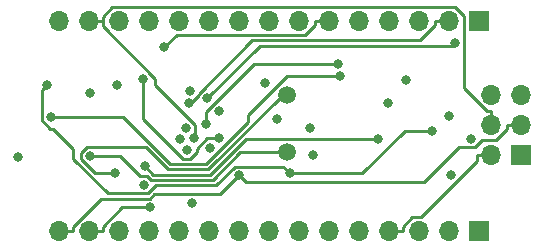
<source format=gbr>
%TF.GenerationSoftware,KiCad,Pcbnew,7.0.10*%
%TF.CreationDate,2024-02-19T12:28:25+05:30*%
%TF.ProjectId,ArduinoNano _Rudra_2021eeb1208,41726475-696e-46f4-9e61-6e6f205f5275,rev?*%
%TF.SameCoordinates,Original*%
%TF.FileFunction,Copper,L3,Inr*%
%TF.FilePolarity,Positive*%
%FSLAX46Y46*%
G04 Gerber Fmt 4.6, Leading zero omitted, Abs format (unit mm)*
G04 Created by KiCad (PCBNEW 7.0.10) date 2024-02-19 12:28:25*
%MOMM*%
%LPD*%
G01*
G04 APERTURE LIST*
%TA.AperFunction,ComponentPad*%
%ADD10R,1.700000X1.700000*%
%TD*%
%TA.AperFunction,ComponentPad*%
%ADD11O,1.700000X1.700000*%
%TD*%
%TA.AperFunction,ComponentPad*%
%ADD12C,1.500000*%
%TD*%
%TA.AperFunction,ViaPad*%
%ADD13C,0.800000*%
%TD*%
%TA.AperFunction,Conductor*%
%ADD14C,0.250000*%
%TD*%
G04 APERTURE END LIST*
D10*
%TO.N,/D12{slash}MISO*%
%TO.C,ICSP1*%
X103632000Y-108458000D03*
D11*
%TO.N,+5V*%
X101092000Y-108458000D03*
%TO.N,/D13{slash}SCK*%
X103632000Y-105918000D03*
%TO.N,/D11{slash}MOSI*%
X101092000Y-105918000D03*
%TO.N,/RST*%
X103632000Y-103378000D03*
%TO.N,GND*%
X101092000Y-103378000D03*
%TD*%
D12*
%TO.N,Net-(U1-(PCINT6{slash}XTAL1{slash}TOSC1)_PB6)*%
%TO.C,Y1*%
X83820000Y-108258000D03*
%TO.N,Net-(U1-(PCINT7{slash}XTAL2{slash}TOSC2)_PB7)*%
X83820000Y-103378000D03*
%TD*%
D11*
%TO.N,/D13{slash}SCK*%
%TO.C,J2*%
X64516000Y-114935000D03*
%TO.N,+3V3*%
X67056000Y-114935000D03*
%TO.N,/AREF*%
X69596000Y-114935000D03*
%TO.N,/A7*%
X72136000Y-114935000D03*
%TO.N,/A6*%
X74676000Y-114935000D03*
%TO.N,/A5*%
X77216000Y-114935000D03*
%TO.N,/A4*%
X79756000Y-114935000D03*
%TO.N,/A3*%
X82296000Y-114935000D03*
%TO.N,/A2*%
X84836000Y-114935000D03*
%TO.N,/A1*%
X87376000Y-114935000D03*
%TO.N,/A0*%
X89916000Y-114935000D03*
%TO.N,+5V*%
X92456000Y-114935000D03*
%TO.N,/RST*%
X94996000Y-114935000D03*
%TO.N,GND*%
X97536000Y-114935000D03*
D10*
%TO.N,VIN*%
X100076000Y-114935000D03*
%TD*%
D11*
%TO.N,/D12{slash}MISO*%
%TO.C,J4*%
X64516000Y-97155000D03*
%TO.N,/D11{slash}MOSI*%
X67056000Y-97155000D03*
%TO.N,/D10*%
X69596000Y-97155000D03*
%TO.N,/D9*%
X72136000Y-97155000D03*
%TO.N,/D8*%
X74676000Y-97155000D03*
%TO.N,/D7*%
X77216000Y-97155000D03*
%TO.N,/D6*%
X79756000Y-97155000D03*
%TO.N,/D5*%
X82296000Y-97155000D03*
%TO.N,/D4*%
X84836000Y-97155000D03*
%TO.N,/D3*%
X87376000Y-97155000D03*
%TO.N,/D2*%
X89916000Y-97155000D03*
%TO.N,GND*%
X92456000Y-97155000D03*
%TO.N,/RST*%
X94996000Y-97155000D03*
%TO.N,/D0{slash}RX*%
X97536000Y-97155000D03*
D10*
%TO.N,/D1{slash}TX*%
X100076000Y-97155000D03*
%TD*%
D13*
%TO.N,Net-(RX1-K)*%
X99406400Y-107099600D03*
%TO.N,Net-(TX1-K)*%
X93926900Y-102144400D03*
%TO.N,Net-(L1-A)*%
X92419200Y-104071500D03*
%TO.N,Net-(J7-D+)*%
X61028900Y-108637600D03*
%TO.N,Net-(J7-D-)*%
X67131400Y-103268000D03*
%TO.N,Net-(VREG1-A)*%
X88347500Y-101841400D03*
X63807700Y-105281700D03*
%TO.N,VUSB*%
X96102400Y-106436700D03*
X84082800Y-110059300D03*
X63480200Y-102573400D03*
%TO.N,Net-(USB1-CBUS0)*%
X85767100Y-106205600D03*
X97730600Y-110154400D03*
%TO.N,/TX*%
X77080300Y-103702300D03*
X98044000Y-99026800D03*
%TO.N,+3V3*%
X72257600Y-112937400D03*
X82004900Y-102431300D03*
%TO.N,Net-(USB1-DTR)*%
X71777800Y-109420700D03*
X91564700Y-107150300D03*
%TO.N,/RX*%
X76959000Y-105855300D03*
X88146600Y-100823300D03*
%TO.N,/D0{slash}RX*%
X75556700Y-104102100D03*
%TO.N,/A5*%
X75618900Y-103064900D03*
%TO.N,/A4*%
X78095800Y-104798600D03*
%TO.N,/A2*%
X86070700Y-108467000D03*
%TO.N,/A1*%
X82999900Y-105411200D03*
%TO.N,/D13{slash}SCK*%
X79765500Y-110228100D03*
%TO.N,/D12{slash}MISO*%
X77311200Y-107894500D03*
%TO.N,/D11{slash}MOSI*%
X75966700Y-107021100D03*
%TO.N,/D10*%
X75789500Y-112560500D03*
%TO.N,/AREF*%
X97544600Y-105169500D03*
%TO.N,/D9*%
X75352800Y-108072400D03*
%TO.N,/D7*%
X71684200Y-111006800D03*
%TO.N,/D6*%
X74804900Y-107169100D03*
%TO.N,/D5*%
X75255200Y-106194500D03*
%TO.N,/D3*%
X73422600Y-99391200D03*
%TO.N,Net-(U1-(PCINT7{slash}XTAL2{slash}TOSC2)_PB7)*%
X69246100Y-110011900D03*
%TO.N,+5C*%
X78047900Y-107072400D03*
X71674800Y-102083500D03*
%TO.N,Net-(U1-(PCINT6{slash}XTAL1{slash}TOSC1)_PB6)*%
X67187200Y-108581900D03*
%TO.N,GND*%
X69477600Y-102544500D03*
%TD*%
D14*
%TO.N,Net-(VREG1-A)*%
X83823000Y-101841400D02*
X88347500Y-101841400D01*
X80548000Y-105116400D02*
X83823000Y-101841400D01*
X80548000Y-105685700D02*
X80548000Y-105116400D01*
X76970800Y-109262900D02*
X80548000Y-105685700D01*
X73952600Y-109262900D02*
X76970800Y-109262900D01*
X69971400Y-105281700D02*
X73952600Y-109262900D01*
X63807700Y-105281700D02*
X69971400Y-105281700D01*
%TO.N,VUSB*%
X90202600Y-110059300D02*
X84082800Y-110059300D01*
X93825200Y-106436700D02*
X90202600Y-110059300D01*
X96102400Y-106436700D02*
X93825200Y-106436700D01*
X83509600Y-109486100D02*
X84082800Y-110059300D01*
X79389600Y-109486100D02*
X83509600Y-109486100D01*
X77803700Y-111072000D02*
X79389600Y-109486100D01*
X72724600Y-111072000D02*
X77803700Y-111072000D01*
X72060800Y-111735800D02*
X72724600Y-111072000D01*
X68663800Y-111735800D02*
X72060800Y-111735800D01*
X65743800Y-108815800D02*
X68663800Y-111735800D01*
X65743800Y-108000900D02*
X65743800Y-108815800D01*
X64049800Y-106306900D02*
X65743800Y-108000900D01*
X63791700Y-106306900D02*
X64049800Y-106306900D01*
X63051800Y-105567000D02*
X63791700Y-106306900D01*
X63051800Y-103001800D02*
X63051800Y-105567000D01*
X63480200Y-102573400D02*
X63051800Y-103001800D01*
%TO.N,/TX*%
X97835100Y-99235700D02*
X98044000Y-99026800D01*
X81546900Y-99235700D02*
X97835100Y-99235700D01*
X77080300Y-103702300D02*
X81546900Y-99235700D01*
%TO.N,+3V3*%
X67056000Y-114935000D02*
X68232900Y-114935000D01*
X69862700Y-112937400D02*
X72257600Y-112937400D01*
X68232900Y-114567200D02*
X69862700Y-112937400D01*
X68232900Y-114935000D02*
X68232900Y-114567200D01*
%TO.N,Net-(USB1-DTR)*%
X80361600Y-107150300D02*
X91564700Y-107150300D01*
X77343700Y-110168200D02*
X80361600Y-107150300D01*
X72525300Y-110168200D02*
X77343700Y-110168200D01*
X71777800Y-109420700D02*
X72525300Y-110168200D01*
%TO.N,/RX*%
X76959000Y-104887900D02*
X76959000Y-105855300D01*
X81023600Y-100823300D02*
X76959000Y-104887900D01*
X88146600Y-100823300D02*
X81023600Y-100823300D01*
%TO.N,/D0{slash}RX*%
X97536000Y-97155000D02*
X96359100Y-97155000D01*
X96359100Y-97522900D02*
X96359100Y-97155000D01*
X95098200Y-98783800D02*
X96359100Y-97522900D01*
X80877300Y-98783800D02*
X95098200Y-98783800D01*
X76347000Y-103314100D02*
X80877300Y-98783800D01*
X76347000Y-103440200D02*
X76347000Y-103314100D01*
X75685100Y-104102100D02*
X76347000Y-103440200D01*
X75556700Y-104102100D02*
X75685100Y-104102100D01*
%TO.N,/D13{slash}SCK*%
X103632000Y-105918000D02*
X102455100Y-105918000D01*
X64516000Y-114935000D02*
X65692900Y-114935000D01*
X102455100Y-106283800D02*
X102455100Y-105918000D01*
X101550900Y-107188000D02*
X102455100Y-106283800D01*
X100346000Y-107188000D02*
X101550900Y-107188000D01*
X99707500Y-107826500D02*
X100346000Y-107188000D01*
X98391500Y-107826500D02*
X99707500Y-107826500D01*
X95431800Y-110786200D02*
X98391500Y-107826500D01*
X80323600Y-110786200D02*
X95431800Y-110786200D01*
X79765500Y-110228100D02*
X80323600Y-110786200D01*
X78165700Y-111827900D02*
X79765500Y-110228100D01*
X72607800Y-111827900D02*
X78165700Y-111827900D01*
X72225200Y-112210500D02*
X72607800Y-111827900D01*
X68086400Y-112210500D02*
X72225200Y-112210500D01*
X65692900Y-114604000D02*
X68086400Y-112210500D01*
X65692900Y-114935000D02*
X65692900Y-114604000D01*
%TO.N,/D11{slash}MOSI*%
X100726200Y-104741100D02*
X101092000Y-104741100D01*
X98827900Y-102842800D02*
X100726200Y-104741100D01*
X98827900Y-96760400D02*
X98827900Y-102842800D01*
X98044400Y-95976900D02*
X98827900Y-96760400D01*
X69043200Y-95976900D02*
X98044400Y-95976900D01*
X68232900Y-96787200D02*
X69043200Y-95976900D01*
X68232900Y-97155000D02*
X68232900Y-96787200D01*
X67056000Y-97155000D02*
X68232900Y-97155000D01*
X101092000Y-105918000D02*
X101092000Y-104741100D01*
X68232900Y-97595100D02*
X68232900Y-97155000D01*
X72697300Y-102059500D02*
X68232900Y-97595100D01*
X72697300Y-102580900D02*
X72697300Y-102059500D01*
X76033400Y-105917000D02*
X72697300Y-102580900D01*
X76033400Y-106954400D02*
X76033400Y-105917000D01*
X75966700Y-107021100D02*
X76033400Y-106954400D01*
%TO.N,/D3*%
X87376000Y-97155000D02*
X86199100Y-97155000D01*
X74481900Y-98331900D02*
X73422600Y-99391200D01*
X85390100Y-98331900D02*
X74481900Y-98331900D01*
X86199100Y-97522900D02*
X85390100Y-98331900D01*
X86199100Y-97155000D02*
X86199100Y-97522900D01*
%TO.N,Net-(U1-(PCINT7{slash}XTAL2{slash}TOSC2)_PB7)*%
X83494800Y-103378000D02*
X83820000Y-103378000D01*
X77156500Y-109716300D02*
X83494800Y-103378000D01*
X73766900Y-109716300D02*
X77156500Y-109716300D01*
X71896200Y-107845600D02*
X73766900Y-109716300D01*
X66869700Y-107845600D02*
X71896200Y-107845600D01*
X66407600Y-108307700D02*
X66869700Y-107845600D01*
X66407600Y-108830200D02*
X66407600Y-108307700D01*
X67589300Y-110011900D02*
X66407600Y-108830200D01*
X69246100Y-110011900D02*
X67589300Y-110011900D01*
%TO.N,+5C*%
X77073100Y-107072400D02*
X78047900Y-107072400D01*
X76172000Y-107973500D02*
X77073100Y-107072400D01*
X76172000Y-108281400D02*
X76172000Y-107973500D01*
X75647800Y-108805600D02*
X76172000Y-108281400D01*
X75050700Y-108805600D02*
X75647800Y-108805600D01*
X71674800Y-105429700D02*
X75050700Y-108805600D01*
X71674800Y-102083500D02*
X71674800Y-105429700D01*
%TO.N,+5V*%
X99915100Y-109031800D02*
X99915100Y-108458000D01*
X95188800Y-113758100D02*
X99915100Y-109031800D01*
X94441900Y-113758100D02*
X95188800Y-113758100D01*
X93632900Y-114567100D02*
X94441900Y-113758100D01*
X93632900Y-114935000D02*
X93632900Y-114567100D01*
X92456000Y-114935000D02*
X93632900Y-114935000D01*
X101092000Y-108458000D02*
X99915100Y-108458000D01*
%TO.N,Net-(U1-(PCINT6{slash}XTAL1{slash}TOSC1)_PB6)*%
X79893000Y-108258000D02*
X83820000Y-108258000D01*
X77530900Y-110620100D02*
X79893000Y-108258000D01*
X72325500Y-110620100D02*
X77530900Y-110620100D01*
X71956700Y-110251300D02*
X72325500Y-110620100D01*
X71392900Y-110251300D02*
X71956700Y-110251300D01*
X69723500Y-108581900D02*
X71392900Y-110251300D01*
X67187200Y-108581900D02*
X69723500Y-108581900D01*
%TD*%
M02*

</source>
